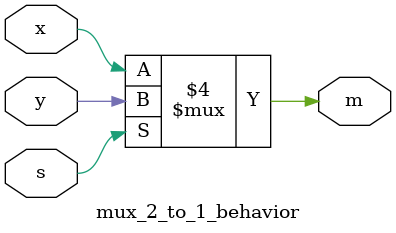
<source format=v>
`timescale 1ns / 1ps

module mux_2_to_1_behavior(
    input x,
    input y,
    input s,
    output reg m
    );
      
	always @ (x or y or s)
	begin
          if(s==0)
             m=x;
          else
             m=y;
	end

endmodule

</source>
